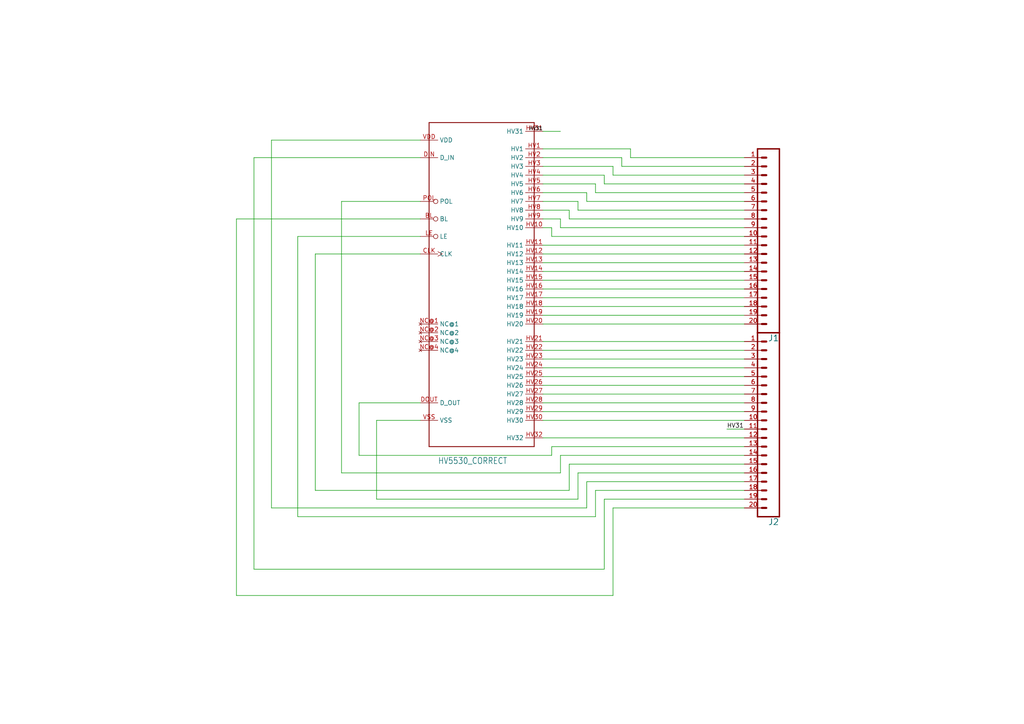
<source format=kicad_sch>
(kicad_sch (version 20231120) (generator "eeschema") (generator_version "8.0")
  (paper "A4")
  (lib_symbols
    (symbol "HV5530Breakout-eagle-import:CONN_20"
      (property "Reference" "J" (at 0 56.388 0))
      (symbol "CONN_20_1_0"
        (polyline (pts (xy 0 55.88) (xy 0 2.54)) (stroke (width 0.4064)))
        (polyline (pts (xy 0 55.88) (xy 6.35 55.88)) (stroke (width 0.4064)))
        (polyline (pts (xy 3.81 5.08) (xy 5.08 5.08)) (stroke (width 0.6096)))
        (polyline (pts (xy 3.81 7.62) (xy 5.08 7.62)) (stroke (width 0.6096)))
        (polyline (pts (xy 3.81 10.16) (xy 5.08 10.16)) (stroke (width 0.6096)))
        (polyline (pts (xy 3.81 12.7) (xy 5.08 12.7)) (stroke (width 0.6096)))
        (polyline (pts (xy 3.81 15.24) (xy 5.08 15.24)) (stroke (width 0.6096)))
        (polyline (pts (xy 3.81 17.78) (xy 5.08 17.78)) (stroke (width 0.6096)))
        (polyline (pts (xy 3.81 20.32) (xy 5.08 20.32)) (stroke (width 0.6096)))
        (polyline (pts (xy 3.81 22.86) (xy 5.08 22.86)) (stroke (width 0.6096)))
        (polyline (pts (xy 3.81 25.4) (xy 5.08 25.4)) (stroke (width 0.6096)))
        (polyline (pts (xy 3.81 27.94) (xy 5.08 27.94)) (stroke (width 0.6096)))
        (polyline (pts (xy 3.81 30.48) (xy 5.08 30.48)) (stroke (width 0.6096)))
        (polyline (pts (xy 3.81 33.02) (xy 5.08 33.02)) (stroke (width 0.6096)))
        (polyline (pts (xy 3.81 35.56) (xy 5.08 35.56)) (stroke (width 0.6096)))
        (polyline (pts (xy 3.81 38.1) (xy 5.08 38.1)) (stroke (width 0.6096)))
        (polyline (pts (xy 3.81 40.64) (xy 5.08 40.64)) (stroke (width 0.6096)))
        (polyline (pts (xy 3.81 43.18) (xy 5.08 43.18)) (stroke (width 0.6096)))
        (polyline (pts (xy 3.81 45.72) (xy 5.08 45.72)) (stroke (width 0.6096)))
        (polyline (pts (xy 3.81 48.26) (xy 5.08 48.26)) (stroke (width 0.6096)))
        (polyline (pts (xy 3.81 50.8) (xy 5.08 50.8)) (stroke (width 0.6096)))
        (polyline (pts (xy 3.81 53.34) (xy 5.08 53.34)) (stroke (width 0.6096)))
        (polyline (pts (xy 6.35 2.54) (xy 0 2.54)) (stroke (width 0.4064)))
        (polyline (pts (xy 6.35 2.54) (xy 6.35 55.88)) (stroke (width 0.4064)))
        (pin passive line (at 10.16 5.08 180) (length 5.08) (name "1") (number "1"))
        (pin passive line (at 10.16 27.94 180) (length 5.08) (name "10") (number "10"))
        (pin passive line (at 10.16 30.48 180) (length 5.08) (name "11") (number "11"))
        (pin passive line (at 10.16 33.02 180) (length 5.08) (name "12") (number "12"))
        (pin passive line (at 10.16 35.56 180) (length 5.08) (name "13") (number "13"))
        (pin passive line (at 10.16 38.1 180) (length 5.08) (name "14") (number "14"))
        (pin passive line (at 10.16 40.64 180) (length 5.08) (name "15") (number "15"))
        (pin passive line (at 10.16 43.18 180) (length 5.08) (name "16") (number "16"))
        (pin passive line (at 10.16 45.72 180) (length 5.08) (name "17") (number "17"))
        (pin passive line (at 10.16 48.26 180) (length 5.08) (name "18") (number "18"))
        (pin passive line (at 10.16 50.8 180) (length 5.08) (name "19") (number "19"))
        (pin passive line (at 10.16 7.62 180) (length 5.08) (name "2") (number "2"))
        (pin passive line (at 10.16 53.34 180) (length 5.08) (name "20") (number "20"))
        (pin passive line (at 10.16 10.16 180) (length 5.08) (name "3") (number "3"))
        (pin passive line (at 10.16 12.7 180) (length 5.08) (name "4") (number "4"))
        (pin passive line (at 10.16 15.24 180) (length 5.08) (name "5") (number "5"))
        (pin passive line (at 10.16 17.78 180) (length 5.08) (name "6") (number "6"))
        (pin passive line (at 10.16 20.32 180) (length 5.08) (name "7") (number "7"))
        (pin passive line (at 10.16 22.86 180) (length 5.08) (name "8") (number "8"))
        (pin passive line (at 10.16 25.4 180) (length 5.08) (name "9") (number "9"))
      )
    )
    (symbol "HV5530Breakout-eagle-import:HV5530_CORRECT"
      (symbol "HV5530_CORRECT_1_0"
        (polyline (pts (xy -15.24 -48.26) (xy -15.24 45.72)) (stroke (width 0.254)))
        (polyline (pts (xy -15.24 45.72) (xy 15.24 45.72)) (stroke (width 0.254)))
        (polyline (pts (xy 15.24 -48.26) (xy -15.24 -48.26)) (stroke (width 0.254)))
        (polyline (pts (xy 15.24 45.72) (xy 15.24 -48.26)) (stroke (width 0.254)))
        (pin input inverted (at -17.78 17.78 0) (length 5.08) (name "BL") (number "BL"))
        (pin bidirectional clock (at -17.78 7.62 0) (length 5.08) (name "CLK") (number "CLK"))
        (pin input line (at -17.78 35.56 0) (length 5.08) (name "D_IN") (number "DIN"))
        (pin output line (at -17.78 -35.56 0) (length 5.08) (name "D_OUT") (number "DOUT"))
        (pin output line (at 17.78 38.1 180) (length 5.08) (name "HV1") (number "HV1"))
        (pin output line (at 17.78 15.24 180) (length 5.08) (name "HV10") (number "HV10"))
        (pin output line (at 17.78 10.16 180) (length 5.08) (name "HV11") (number "HV11"))
        (pin output line (at 17.78 7.62 180) (length 5.08) (name "HV12") (number "HV12"))
        (pin output line (at 17.78 5.08 180) (length 5.08) (name "HV13") (number "HV13"))
        (pin output line (at 17.78 2.54 180) (length 5.08) (name "HV14") (number "HV14"))
        (pin output line (at 17.78 0 180) (length 5.08) (name "HV15") (number "HV15"))
        (pin output line (at 17.78 -2.54 180) (length 5.08) (name "HV16") (number "HV16"))
        (pin output line (at 17.78 -5.08 180) (length 5.08) (name "HV17") (number "HV17"))
        (pin output line (at 17.78 -7.62 180) (length 5.08) (name "HV18") (number "HV18"))
        (pin output line (at 17.78 -10.16 180) (length 5.08) (name "HV19") (number "HV19"))
        (pin output line (at 17.78 35.56 180) (length 5.08) (name "HV2") (number "HV2"))
        (pin output line (at 17.78 -12.7 180) (length 5.08) (name "HV20") (number "HV20"))
        (pin output line (at 17.78 -17.78 180) (length 5.08) (name "HV21") (number "HV21"))
        (pin output line (at 17.78 -20.32 180) (length 5.08) (name "HV22") (number "HV22"))
        (pin output line (at 17.78 -22.86 180) (length 5.08) (name "HV23") (number "HV23"))
        (pin output line (at 17.78 -25.4 180) (length 5.08) (name "HV24") (number "HV24"))
        (pin output line (at 17.78 -27.94 180) (length 5.08) (name "HV25") (number "HV25"))
        (pin output line (at 17.78 -30.48 180) (length 5.08) (name "HV26") (number "HV26"))
        (pin output line (at 17.78 -33.02 180) (length 5.08) (name "HV27") (number "HV27"))
        (pin output line (at 17.78 -35.56 180) (length 5.08) (name "HV28") (number "HV28"))
        (pin output line (at 17.78 -38.1 180) (length 5.08) (name "HV29") (number "HV29"))
        (pin output line (at 17.78 33.02 180) (length 5.08) (name "HV3") (number "HV3"))
        (pin output line (at 17.78 -40.64 180) (length 5.08) (name "HV30") (number "HV30"))
        (pin output line (at 17.78 43.18 180) (length 5.08) (name "HV31") (number "HV31"))
        (pin output line (at 17.78 -45.72 180) (length 5.08) (name "HV32") (number "HV32"))
        (pin output line (at 17.78 30.48 180) (length 5.08) (name "HV4") (number "HV4"))
        (pin output line (at 17.78 27.94 180) (length 5.08) (name "HV5") (number "HV5"))
        (pin output line (at 17.78 25.4 180) (length 5.08) (name "HV6") (number "HV6"))
        (pin output line (at 17.78 22.86 180) (length 5.08) (name "HV7") (number "HV7"))
        (pin output line (at 17.78 20.32 180) (length 5.08) (name "HV8") (number "HV8"))
        (pin output line (at 17.78 17.78 180) (length 5.08) (name "HV9") (number "HV9"))
        (pin input inverted (at -17.78 12.7 0) (length 5.08) (name "LE") (number "LE"))
        (pin no_connect line (at -17.78 -12.7 0) (length 5.08) (name "NC@1") (number "NC@1"))
        (pin no_connect line (at -17.78 -15.24 0) (length 5.08) (name "NC@2") (number "NC@2"))
        (pin no_connect line (at -17.78 -17.78 0) (length 5.08) (name "NC@3") (number "NC@3"))
        (pin no_connect line (at -17.78 -20.32 0) (length 5.08) (name "NC@4") (number "NC@4"))
        (pin input inverted (at -17.78 22.86 0) (length 5.08) (name "POL") (number "POL"))
        (pin power_in line (at -17.78 40.64 0) (length 5.08) (name "VDD") (number "VDD"))
        (pin power_in line (at -17.78 -40.64 0) (length 5.08) (name "VSS") (number "VSS"))
      )
    )
  )
  (wire (pts (xy 86.36 149.86) (xy 172.72 149.86)) (stroke (width 0.1524)))
  (wire (pts (xy 215.9 66.04) (xy 162.56 66.04)) (stroke (width 0.1524)))
  (wire (pts (xy 172.72 149.86) (xy 172.72 142.24)) (stroke (width 0.1524)))
  (wire (pts (xy 73.66 45.72) (xy 73.66 165.1)) (stroke (width 0.1524)))
  (wire (pts (xy 165.1 63.5) (xy 165.1 60.96)) (stroke (width 0.1524)))
  (wire (pts (xy 157.48 99.06) (xy 215.9 99.06)) (stroke (width 0.1524)))
  (wire (pts (xy 68.58 63.5) (xy 68.58 172.72)) (stroke (width 0.1524)))
  (wire (pts (xy 215.9 114.3) (xy 157.48 114.3)) (stroke (width 0.1524)))
  (wire (pts (xy 215.9 63.5) (xy 165.1 63.5)) (stroke (width 0.1524)))
  (wire (pts (xy 160.02 68.58) (xy 160.02 66.04)) (stroke (width 0.1524)))
  (wire (pts (xy 215.9 71.12) (xy 157.48 71.12)) (stroke (width 0.1524)))
  (wire (pts (xy 180.34 45.72) (xy 157.48 45.72)) (stroke (width 0.1524)))
  (wire (pts (xy 121.92 63.5) (xy 68.58 63.5)) (stroke (width 0.1524)))
  (wire (pts (xy 215.9 48.26) (xy 180.34 48.26)) (stroke (width 0.1524)))
  (wire (pts (xy 170.18 55.88) (xy 157.48 55.88)) (stroke (width 0.1524)))
  (wire (pts (xy 215.9 86.36) (xy 157.48 86.36)) (stroke (width 0.1524)))
  (wire (pts (xy 109.22 144.78) (xy 167.64 144.78)) (stroke (width 0.1524)))
  (wire (pts (xy 121.92 40.64) (xy 78.74 40.64)) (stroke (width 0.1524)))
  (wire (pts (xy 73.66 165.1) (xy 175.26 165.1)) (stroke (width 0.1524)))
  (wire (pts (xy 157.48 38.1) (xy 162.56 38.1)) (stroke (width 0.1524)))
  (wire (pts (xy 121.92 45.72) (xy 73.66 45.72)) (stroke (width 0.1524)))
  (wire (pts (xy 182.88 45.72) (xy 182.88 43.18)) (stroke (width 0.1524)))
  (wire (pts (xy 160.02 132.08) (xy 160.02 129.54)) (stroke (width 0.1524)))
  (wire (pts (xy 215.9 76.2) (xy 157.48 76.2)) (stroke (width 0.1524)))
  (wire (pts (xy 170.18 139.7) (xy 215.9 139.7)) (stroke (width 0.1524)))
  (wire (pts (xy 180.34 48.26) (xy 180.34 45.72)) (stroke (width 0.1524)))
  (wire (pts (xy 68.58 172.72) (xy 177.8 172.72)) (stroke (width 0.1524)))
  (wire (pts (xy 157.48 104.14) (xy 215.9 104.14)) (stroke (width 0.1524)))
  (wire (pts (xy 215.9 124.46) (xy 210.82 124.46)) (stroke (width 0.1524)))
  (wire (pts (xy 215.9 111.76) (xy 157.48 111.76)) (stroke (width 0.1524)))
  (wire (pts (xy 162.56 63.5) (xy 157.48 63.5)) (stroke (width 0.1524)))
  (wire (pts (xy 165.1 60.96) (xy 157.48 60.96)) (stroke (width 0.1524)))
  (wire (pts (xy 91.44 142.24) (xy 165.1 142.24)) (stroke (width 0.1524)))
  (wire (pts (xy 121.92 73.66) (xy 91.44 73.66)) (stroke (width 0.1524)))
  (wire (pts (xy 160.02 129.54) (xy 215.9 129.54)) (stroke (width 0.1524)))
  (wire (pts (xy 215.9 88.9) (xy 157.48 88.9)) (stroke (width 0.1524)))
  (wire (pts (xy 172.72 53.34) (xy 157.48 53.34)) (stroke (width 0.1524)))
  (wire (pts (xy 162.56 66.04) (xy 162.56 63.5)) (stroke (width 0.1524)))
  (wire (pts (xy 215.9 119.38) (xy 157.48 119.38)) (stroke (width 0.1524)))
  (wire (pts (xy 175.26 144.78) (xy 215.9 144.78)) (stroke (width 0.1524)))
  (wire (pts (xy 78.74 147.32) (xy 170.18 147.32)) (stroke (width 0.1524)))
  (wire (pts (xy 215.9 50.8) (xy 177.8 50.8)) (stroke (width 0.1524)))
  (wire (pts (xy 167.64 58.42) (xy 157.48 58.42)) (stroke (width 0.1524)))
  (wire (pts (xy 215.9 58.42) (xy 170.18 58.42)) (stroke (width 0.1524)))
  (wire (pts (xy 165.1 134.62) (xy 215.9 134.62)) (stroke (width 0.1524)))
  (wire (pts (xy 177.8 48.26) (xy 157.48 48.26)) (stroke (width 0.1524)))
  (wire (pts (xy 121.92 58.42) (xy 99.06 58.42)) (stroke (width 0.1524)))
  (wire (pts (xy 104.14 132.08) (xy 160.02 132.08)) (stroke (width 0.1524)))
  (wire (pts (xy 162.56 132.08) (xy 215.9 132.08)) (stroke (width 0.1524)))
  (wire (pts (xy 215.9 45.72) (xy 182.88 45.72)) (stroke (width 0.1524)))
  (wire (pts (xy 215.9 53.34) (xy 175.26 53.34)) (stroke (width 0.1524)))
  (wire (pts (xy 177.8 147.32) (xy 215.9 147.32)) (stroke (width 0.1524)))
  (wire (pts (xy 157.48 101.6) (xy 215.9 101.6)) (stroke (width 0.1524)))
  (wire (pts (xy 175.26 165.1) (xy 175.26 144.78)) (stroke (width 0.1524)))
  (wire (pts (xy 99.06 58.42) (xy 99.06 137.16)) (stroke (width 0.1524)))
  (wire (pts (xy 215.9 116.84) (xy 157.48 116.84)) (stroke (width 0.1524)))
  (wire (pts (xy 215.9 127) (xy 157.48 127)) (stroke (width 0.1524)))
  (wire (pts (xy 121.92 68.58) (xy 86.36 68.58)) (stroke (width 0.1524)))
  (wire (pts (xy 167.64 137.16) (xy 215.9 137.16)) (stroke (width 0.1524)))
  (wire (pts (xy 78.74 40.64) (xy 78.74 147.32)) (stroke (width 0.1524)))
  (wire (pts (xy 91.44 73.66) (xy 91.44 142.24)) (stroke (width 0.1524)))
  (wire (pts (xy 215.9 78.74) (xy 157.48 78.74)) (stroke (width 0.1524)))
  (wire (pts (xy 170.18 147.32) (xy 170.18 139.7)) (stroke (width 0.1524)))
  (wire (pts (xy 157.48 109.22) (xy 215.9 109.22)) (stroke (width 0.1524)))
  (wire (pts (xy 215.9 60.96) (xy 167.64 60.96)) (stroke (width 0.1524)))
  (wire (pts (xy 215.9 121.92) (xy 157.48 121.92)) (stroke (width 0.1524)))
  (wire (pts (xy 162.56 137.16) (xy 162.56 132.08)) (stroke (width 0.1524)))
  (wire (pts (xy 109.22 121.92) (xy 109.22 144.78)) (stroke (width 0.1524)))
  (wire (pts (xy 172.72 142.24) (xy 215.9 142.24)) (stroke (width 0.1524)))
  (wire (pts (xy 86.36 68.58) (xy 86.36 149.86)) (stroke (width 0.1524)))
  (wire (pts (xy 167.64 60.96) (xy 167.64 58.42)) (stroke (width 0.1524)))
  (wire (pts (xy 160.02 66.04) (xy 157.48 66.04)) (stroke (width 0.1524)))
  (wire (pts (xy 175.26 53.34) (xy 175.26 50.8)) (stroke (width 0.1524)))
  (wire (pts (xy 182.88 43.18) (xy 157.48 43.18)) (stroke (width 0.1524)))
  (wire (pts (xy 215.9 83.82) (xy 157.48 83.82)) (stroke (width 0.1524)))
  (wire (pts (xy 167.64 144.78) (xy 167.64 137.16)) (stroke (width 0.1524)))
  (wire (pts (xy 215.9 91.44) (xy 157.48 91.44)) (stroke (width 0.1524)))
  (wire (pts (xy 165.1 142.24) (xy 165.1 134.62)) (stroke (width 0.1524)))
  (wire (pts (xy 177.8 50.8) (xy 177.8 48.26)) (stroke (width 0.1524)))
  (wire (pts (xy 121.92 121.92) (xy 109.22 121.92)) (stroke (width 0.1524)))
  (wire (pts (xy 121.92 116.84) (xy 104.14 116.84)) (stroke (width 0.1524)))
  (wire (pts (xy 215.9 55.88) (xy 172.72 55.88)) (stroke (width 0.1524)))
  (wire (pts (xy 157.48 106.68) (xy 215.9 106.68)) (stroke (width 0.1524)))
  (wire (pts (xy 175.26 50.8) (xy 157.48 50.8)) (stroke (width 0.1524)))
  (wire (pts (xy 172.72 55.88) (xy 172.72 53.34)) (stroke (width 0.1524)))
  (wire (pts (xy 215.9 81.28) (xy 157.48 81.28)) (stroke (width 0.1524)))
  (wire (pts (xy 215.9 93.98) (xy 157.48 93.98)) (stroke (width 0.1524)))
  (wire (pts (xy 170.18 58.42) (xy 170.18 55.88)) (stroke (width 0.1524)))
  (wire (pts (xy 99.06 137.16) (xy 162.56 137.16)) (stroke (width 0.1524)))
  (wire (pts (xy 104.14 116.84) (xy 104.14 132.08)) (stroke (width 0.1524)))
  (wire (pts (xy 215.9 73.66) (xy 157.48 73.66)) (stroke (width 0.1524)))
  (wire (pts (xy 177.8 172.72) (xy 177.8 147.32)) (stroke (width 0.1524)))
  (wire (pts (xy 215.9 68.58) (xy 160.02 68.58)) (stroke (width 0.1524)))
  (label "HV31" (at 210.82 124.46 0) (effects (font (size 1.2446 1.2446))))
  (label "HV31" (at 157.48 38.1 180) (effects (font (size 1.016 1.016))))
  (symbol (lib_id "HV5530Breakout-eagle-import:CONN_20") (at 226.06 40.64 180) (unit 1)
    (property "Reference" "J1" (at 226.06 97.028 0) (effects (font (size 1.778 1.778)) (justify left bottom)))
    (property "Value" "CONN_20" (effects (hide yes)))
    (property "Footprint" "HV5530Breakout:1X20" (effects (hide yes)))
  )
  (symbol (lib_id "HV5530Breakout-eagle-import:HV5530_CORRECT") (at 139.7 81.28 0) (unit 1)
    (property "Reference" "U$2" (effects (hide yes)))
    (property "Value" "HV5530_CORRECT" (at 127 134.62 0) (effects (font (size 1.778 1.5113)) (justify left bottom)))
    (property "Footprint" "HV5530Breakout:44_PQFP_CORRECTED" (effects (hide yes)))
  )
  (symbol (lib_id "HV5530Breakout-eagle-import:CONN_20") (at 226.06 93.98 180) (unit 1)
    (property "Reference" "J2" (at 226.06 150.368 0) (effects (font (size 1.778 1.778)) (justify left bottom)))
    (property "Value" "CONN_20" (effects (hide yes)))
    (property "Footprint" "HV5530Breakout:1X20" (effects (hide yes)))
  )
)
</source>
